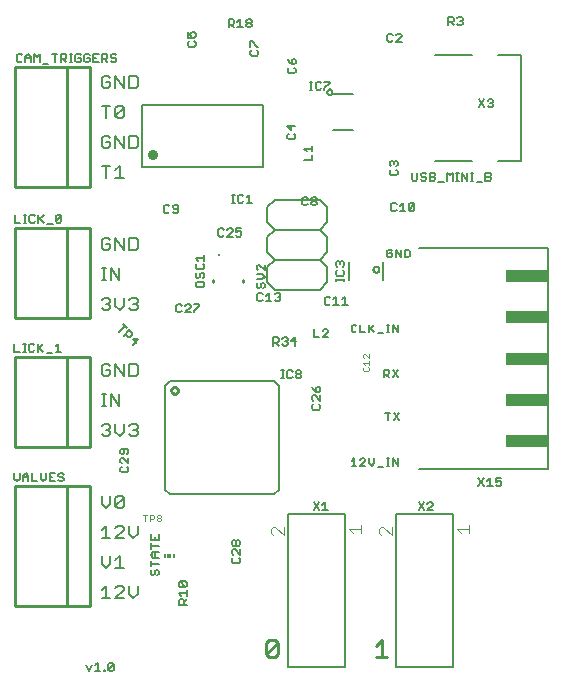
<source format=gbr>
G04 EAGLE Gerber RS-274X export*
G75*
%MOMM*%
%FSLAX34Y34*%
%LPD*%
%INSilkscreen Top*%
%IPPOS*%
%AMOC8*
5,1,8,0,0,1.08239X$1,22.5*%
G01*
%ADD10C,0.203200*%
%ADD11C,0.279400*%
%ADD12C,0.127000*%
%ADD13C,0.884400*%
%ADD14C,0.152400*%
%ADD15C,0.254000*%
%ADD16C,0.282838*%
%ADD17C,0.101600*%
%ADD18C,0.076200*%
%ADD19R,0.150000X0.300000*%
%ADD20R,0.300000X0.300000*%
%ADD21R,3.675000X1.050000*%


D10*
X80775Y432816D02*
X80775Y443493D01*
X77216Y443493D02*
X84334Y443493D01*
X88910Y439934D02*
X92469Y443493D01*
X92469Y432816D01*
X88910Y432816D02*
X96028Y432816D01*
X80775Y483616D02*
X80775Y494293D01*
X77216Y494293D02*
X84334Y494293D01*
X88910Y492514D02*
X88910Y485396D01*
X88910Y492514D02*
X90689Y494293D01*
X94249Y494293D01*
X96028Y492514D01*
X96028Y485396D01*
X94249Y483616D01*
X90689Y483616D01*
X88910Y485396D01*
X96028Y492514D01*
X84334Y517914D02*
X82555Y519693D01*
X78996Y519693D01*
X77216Y517914D01*
X77216Y510796D01*
X78996Y509016D01*
X82555Y509016D01*
X84334Y510796D01*
X84334Y514355D01*
X80775Y514355D01*
X88910Y519693D02*
X88910Y509016D01*
X96028Y509016D02*
X88910Y519693D01*
X96028Y519693D02*
X96028Y509016D01*
X100604Y509016D02*
X100604Y519693D01*
X100604Y509016D02*
X105943Y509016D01*
X107722Y510796D01*
X107722Y517914D01*
X105943Y519693D01*
X100604Y519693D01*
X82555Y468893D02*
X84334Y467114D01*
X82555Y468893D02*
X78996Y468893D01*
X77216Y467114D01*
X77216Y459996D01*
X78996Y458216D01*
X82555Y458216D01*
X84334Y459996D01*
X84334Y463555D01*
X80775Y463555D01*
X88910Y468893D02*
X88910Y458216D01*
X96028Y458216D02*
X88910Y468893D01*
X96028Y468893D02*
X96028Y458216D01*
X100604Y458216D02*
X100604Y468893D01*
X100604Y458216D02*
X105943Y458216D01*
X107722Y459996D01*
X107722Y467114D01*
X105943Y468893D01*
X100604Y468893D01*
X82555Y382533D02*
X84334Y380754D01*
X82555Y382533D02*
X78996Y382533D01*
X77216Y380754D01*
X77216Y373636D01*
X78996Y371856D01*
X82555Y371856D01*
X84334Y373636D01*
X84334Y377195D01*
X80775Y377195D01*
X88910Y382533D02*
X88910Y371856D01*
X96028Y371856D02*
X88910Y382533D01*
X96028Y382533D02*
X96028Y371856D01*
X100604Y371856D02*
X100604Y382533D01*
X100604Y371856D02*
X105943Y371856D01*
X107722Y373636D01*
X107722Y380754D01*
X105943Y382533D01*
X100604Y382533D01*
X80775Y346456D02*
X77216Y346456D01*
X78996Y346456D02*
X78996Y357133D01*
X80775Y357133D02*
X77216Y357133D01*
X85012Y357133D02*
X85012Y346456D01*
X92130Y346456D02*
X85012Y357133D01*
X92130Y357133D02*
X92130Y346456D01*
X78996Y331733D02*
X77216Y329954D01*
X78996Y331733D02*
X82555Y331733D01*
X84334Y329954D01*
X84334Y328174D01*
X82555Y326395D01*
X80775Y326395D01*
X82555Y326395D02*
X84334Y324615D01*
X84334Y322836D01*
X82555Y321056D01*
X78996Y321056D01*
X77216Y322836D01*
X88910Y324615D02*
X88910Y331733D01*
X88910Y324615D02*
X92469Y321056D01*
X96028Y324615D01*
X96028Y331733D01*
X100604Y329954D02*
X102383Y331733D01*
X105943Y331733D01*
X107722Y329954D01*
X107722Y328174D01*
X105943Y326395D01*
X104163Y326395D01*
X105943Y326395D02*
X107722Y324615D01*
X107722Y322836D01*
X105943Y321056D01*
X102383Y321056D01*
X100604Y322836D01*
X82555Y275853D02*
X84334Y274074D01*
X82555Y275853D02*
X78996Y275853D01*
X77216Y274074D01*
X77216Y266956D01*
X78996Y265176D01*
X82555Y265176D01*
X84334Y266956D01*
X84334Y270515D01*
X80775Y270515D01*
X88910Y275853D02*
X88910Y265176D01*
X96028Y265176D02*
X88910Y275853D01*
X96028Y275853D02*
X96028Y265176D01*
X100604Y265176D02*
X100604Y275853D01*
X100604Y265176D02*
X105943Y265176D01*
X107722Y266956D01*
X107722Y274074D01*
X105943Y275853D01*
X100604Y275853D01*
X80775Y239776D02*
X77216Y239776D01*
X78996Y239776D02*
X78996Y250453D01*
X80775Y250453D02*
X77216Y250453D01*
X85012Y250453D02*
X85012Y239776D01*
X92130Y239776D02*
X85012Y250453D01*
X92130Y250453D02*
X92130Y239776D01*
X78996Y225053D02*
X77216Y223274D01*
X78996Y225053D02*
X82555Y225053D01*
X84334Y223274D01*
X84334Y221494D01*
X82555Y219715D01*
X80775Y219715D01*
X82555Y219715D02*
X84334Y217935D01*
X84334Y216156D01*
X82555Y214376D01*
X78996Y214376D01*
X77216Y216156D01*
X88910Y217935D02*
X88910Y225053D01*
X88910Y217935D02*
X92469Y214376D01*
X96028Y217935D01*
X96028Y225053D01*
X100604Y223274D02*
X102383Y225053D01*
X105943Y225053D01*
X107722Y223274D01*
X107722Y221494D01*
X105943Y219715D01*
X104163Y219715D01*
X105943Y219715D02*
X107722Y217935D01*
X107722Y216156D01*
X105943Y214376D01*
X102383Y214376D01*
X100604Y216156D01*
X77216Y164093D02*
X77216Y156975D01*
X80775Y153416D01*
X84334Y156975D01*
X84334Y164093D01*
X88910Y162314D02*
X88910Y155196D01*
X88910Y162314D02*
X90689Y164093D01*
X94249Y164093D01*
X96028Y162314D01*
X96028Y155196D01*
X94249Y153416D01*
X90689Y153416D01*
X88910Y155196D01*
X96028Y162314D01*
X80775Y138693D02*
X77216Y135134D01*
X80775Y138693D02*
X80775Y128016D01*
X77216Y128016D02*
X84334Y128016D01*
X88910Y128016D02*
X96028Y128016D01*
X88910Y128016D02*
X96028Y135134D01*
X96028Y136914D01*
X94249Y138693D01*
X90689Y138693D01*
X88910Y136914D01*
X100604Y138693D02*
X100604Y131575D01*
X104163Y128016D01*
X107722Y131575D01*
X107722Y138693D01*
X77216Y113293D02*
X77216Y106175D01*
X80775Y102616D01*
X84334Y106175D01*
X84334Y113293D01*
X88910Y109734D02*
X92469Y113293D01*
X92469Y102616D01*
X88910Y102616D02*
X96028Y102616D01*
X80775Y87893D02*
X77216Y84334D01*
X80775Y87893D02*
X80775Y77216D01*
X77216Y77216D02*
X84334Y77216D01*
X88910Y77216D02*
X96028Y77216D01*
X88910Y77216D02*
X96028Y84334D01*
X96028Y86114D01*
X94249Y87893D01*
X90689Y87893D01*
X88910Y86114D01*
X100604Y87893D02*
X100604Y80775D01*
X104163Y77216D01*
X107722Y80775D01*
X107722Y87893D01*
X292873Y307852D02*
X291856Y308869D01*
X289823Y308869D01*
X288806Y307852D01*
X288806Y303785D01*
X289823Y302768D01*
X291856Y302768D01*
X292873Y303785D01*
X296290Y302768D02*
X296290Y308869D01*
X296290Y302768D02*
X300357Y302768D01*
X303774Y302768D02*
X303774Y308869D01*
X303774Y304802D02*
X307842Y308869D01*
X304791Y305819D02*
X307842Y302768D01*
X311258Y301751D02*
X315326Y301751D01*
X318742Y302768D02*
X320776Y302768D01*
X319759Y302768D02*
X319759Y308869D01*
X318742Y308869D02*
X320776Y308869D01*
X323732Y308869D02*
X323732Y302768D01*
X327799Y302768D02*
X323732Y308869D01*
X327799Y308869D02*
X327799Y302768D01*
X322991Y371352D02*
X321974Y372369D01*
X319940Y372369D01*
X318924Y371352D01*
X318924Y367285D01*
X319940Y366268D01*
X321974Y366268D01*
X322991Y367285D01*
X322991Y369319D01*
X320957Y369319D01*
X326408Y366268D02*
X326408Y372369D01*
X330475Y366268D01*
X330475Y372369D01*
X333892Y372369D02*
X333892Y366268D01*
X336942Y366268D01*
X337959Y367285D01*
X337959Y371352D01*
X336942Y372369D01*
X333892Y372369D01*
X319551Y234193D02*
X319551Y228092D01*
X317518Y234193D02*
X321585Y234193D01*
X325002Y234193D02*
X329069Y228092D01*
X325002Y228092D02*
X329069Y234193D01*
X316248Y264668D02*
X316248Y270769D01*
X319298Y270769D01*
X320315Y269752D01*
X320315Y267719D01*
X319298Y266702D01*
X316248Y266702D01*
X318281Y266702D02*
X320315Y264668D01*
X323732Y270769D02*
X327799Y264668D01*
X323732Y264668D02*
X327799Y270769D01*
X290840Y195839D02*
X288806Y193805D01*
X290840Y195839D02*
X290840Y189738D01*
X292873Y189738D02*
X288806Y189738D01*
X296290Y189738D02*
X300357Y189738D01*
X296290Y189738D02*
X300357Y193805D01*
X300357Y194822D01*
X299341Y195839D01*
X297307Y195839D01*
X296290Y194822D01*
X303774Y195839D02*
X303774Y191772D01*
X305808Y189738D01*
X307842Y191772D01*
X307842Y195839D01*
X311258Y188721D02*
X315326Y188721D01*
X318742Y189738D02*
X320776Y189738D01*
X319759Y189738D02*
X319759Y195839D01*
X318742Y195839D02*
X320776Y195839D01*
X323732Y195839D02*
X323732Y189738D01*
X327799Y189738D02*
X323732Y195839D01*
X327799Y195839D02*
X327799Y189738D01*
D11*
X216281Y39804D02*
X216281Y29805D01*
X216281Y39804D02*
X218781Y42304D01*
X223780Y42304D01*
X226280Y39804D01*
X226280Y29805D01*
X223780Y27305D01*
X218781Y27305D01*
X216281Y29805D01*
X226280Y39804D01*
X309245Y37304D02*
X314245Y42304D01*
X314245Y27305D01*
X319244Y27305D02*
X309245Y27305D01*
D12*
X66423Y15875D02*
X64135Y20451D01*
X68711Y20451D02*
X66423Y15875D01*
X71619Y20451D02*
X73907Y22739D01*
X73907Y15875D01*
X71619Y15875D02*
X76195Y15875D01*
X79103Y15875D02*
X79103Y17019D01*
X80247Y17019D01*
X80247Y15875D01*
X79103Y15875D01*
X82845Y17019D02*
X82845Y21595D01*
X83989Y22739D01*
X86277Y22739D01*
X87421Y21595D01*
X87421Y17019D01*
X86277Y15875D01*
X83989Y15875D01*
X82845Y17019D01*
X87421Y21595D01*
D13*
X120560Y452380D03*
D10*
X111560Y442630D02*
X213560Y442630D01*
X213560Y494630D01*
X111560Y494630D01*
X111560Y442630D01*
D12*
X187456Y412267D02*
X189744Y412267D01*
X188600Y412267D02*
X188600Y419131D01*
X187456Y419131D02*
X189744Y419131D01*
X195878Y419131D02*
X197022Y417987D01*
X195878Y419131D02*
X193590Y419131D01*
X192446Y417987D01*
X192446Y413411D01*
X193590Y412267D01*
X195878Y412267D01*
X197022Y413411D01*
X199930Y416843D02*
X202218Y419131D01*
X202218Y412267D01*
X199930Y412267D02*
X204506Y412267D01*
X412460Y447610D02*
X432460Y447610D01*
X432460Y537610D01*
X412460Y537610D01*
X390460Y447610D02*
X359460Y447610D01*
X359460Y537610D02*
X390460Y537610D01*
X396537Y499831D02*
X401113Y492967D01*
X396537Y492967D02*
X401113Y499831D01*
X404021Y498687D02*
X405165Y499831D01*
X407453Y499831D01*
X408597Y498687D01*
X408597Y497543D01*
X407453Y496399D01*
X406309Y496399D01*
X407453Y496399D02*
X408597Y495255D01*
X408597Y494111D01*
X407453Y492967D01*
X405165Y492967D01*
X404021Y494111D01*
X339875Y437625D02*
X339875Y431905D01*
X341019Y430761D01*
X343307Y430761D01*
X344451Y431905D01*
X344451Y437625D01*
X350791Y437625D02*
X351935Y436481D01*
X350791Y437625D02*
X348503Y437625D01*
X347359Y436481D01*
X347359Y435337D01*
X348503Y434193D01*
X350791Y434193D01*
X351935Y433049D01*
X351935Y431905D01*
X350791Y430761D01*
X348503Y430761D01*
X347359Y431905D01*
X354843Y430761D02*
X354843Y437625D01*
X358275Y437625D01*
X359419Y436481D01*
X359419Y435337D01*
X358275Y434193D01*
X359419Y433049D01*
X359419Y431905D01*
X358275Y430761D01*
X354843Y430761D01*
X354843Y434193D02*
X358275Y434193D01*
X362327Y429617D02*
X366903Y429617D01*
X369812Y430761D02*
X369812Y437625D01*
X372099Y435337D01*
X374387Y437625D01*
X374387Y430761D01*
X377296Y430761D02*
X379584Y430761D01*
X378440Y430761D02*
X378440Y437625D01*
X377296Y437625D02*
X379584Y437625D01*
X382285Y437625D02*
X382285Y430761D01*
X386861Y430761D02*
X382285Y437625D01*
X386861Y437625D02*
X386861Y430761D01*
X389769Y430761D02*
X392057Y430761D01*
X390913Y430761D02*
X390913Y437625D01*
X389769Y437625D02*
X392057Y437625D01*
X394759Y429617D02*
X399335Y429617D01*
X402243Y430761D02*
X402243Y437625D01*
X405675Y437625D01*
X406819Y436481D01*
X406819Y435337D01*
X405675Y434193D01*
X406819Y433049D01*
X406819Y431905D01*
X405675Y430761D01*
X402243Y430761D01*
X402243Y434193D02*
X405675Y434193D01*
D14*
X268372Y345082D02*
X262022Y338732D01*
X268372Y357782D02*
X262022Y364132D01*
X268372Y370482D01*
X268372Y383182D02*
X262022Y389532D01*
X262022Y338732D02*
X223922Y338732D01*
X217572Y345082D01*
X217572Y357782D01*
X223922Y364132D01*
X217572Y370482D01*
X217572Y383182D01*
X223922Y389532D01*
X223922Y364132D02*
X262022Y364132D01*
X262022Y389532D02*
X223922Y389532D01*
X268372Y383182D02*
X268372Y370482D01*
X268372Y357782D02*
X268372Y345082D01*
X262022Y389532D02*
X268372Y395882D01*
X268372Y408582D02*
X262022Y414932D01*
X223922Y389532D02*
X217572Y395882D01*
X217572Y408582D01*
X223922Y414932D01*
X262022Y414932D01*
X268372Y408582D02*
X268372Y395882D01*
D12*
X209651Y344558D02*
X208507Y343414D01*
X208507Y341127D01*
X209651Y339983D01*
X210795Y339983D01*
X211939Y341127D01*
X211939Y343414D01*
X213083Y344558D01*
X214227Y344558D01*
X215371Y343414D01*
X215371Y341127D01*
X214227Y339983D01*
X213083Y347467D02*
X208507Y347467D01*
X213083Y347467D02*
X215371Y349755D01*
X213083Y352043D01*
X208507Y352043D01*
X215371Y354951D02*
X215371Y359527D01*
X215371Y354951D02*
X210795Y359527D01*
X209651Y359527D01*
X208507Y358383D01*
X208507Y356095D01*
X209651Y354951D01*
X222670Y298207D02*
X222670Y291343D01*
X222670Y298207D02*
X226102Y298207D01*
X227246Y297063D01*
X227246Y294775D01*
X226102Y293631D01*
X222670Y293631D01*
X224958Y293631D02*
X227246Y291343D01*
X230154Y297063D02*
X231298Y298207D01*
X233586Y298207D01*
X234730Y297063D01*
X234730Y295919D01*
X233586Y294775D01*
X232442Y294775D01*
X233586Y294775D02*
X234730Y293631D01*
X234730Y292487D01*
X233586Y291343D01*
X231298Y291343D01*
X230154Y292487D01*
X241070Y291343D02*
X241070Y298207D01*
X237638Y294775D01*
X242214Y294775D01*
X256349Y241594D02*
X255205Y240450D01*
X255205Y238163D01*
X256349Y237019D01*
X260925Y237019D01*
X262069Y238163D01*
X262069Y240450D01*
X260925Y241594D01*
X262069Y244503D02*
X262069Y249079D01*
X262069Y244503D02*
X257493Y249079D01*
X256349Y249079D01*
X255205Y247935D01*
X255205Y245647D01*
X256349Y244503D01*
X256349Y254275D02*
X255205Y256563D01*
X256349Y254275D02*
X258637Y251987D01*
X260925Y251987D01*
X262069Y253131D01*
X262069Y255419D01*
X260925Y256563D01*
X259781Y256563D01*
X258637Y255419D01*
X258637Y251987D01*
X145098Y325057D02*
X143954Y326201D01*
X141667Y326201D01*
X140523Y325057D01*
X140523Y320481D01*
X141667Y319337D01*
X143954Y319337D01*
X145098Y320481D01*
X148007Y319337D02*
X152583Y319337D01*
X148007Y319337D02*
X152583Y323913D01*
X152583Y325057D01*
X151439Y326201D01*
X149151Y326201D01*
X148007Y325057D01*
X155491Y326201D02*
X160067Y326201D01*
X160067Y325057D01*
X155491Y320481D01*
X155491Y319337D01*
X188611Y111397D02*
X187467Y110253D01*
X187467Y107965D01*
X188611Y106821D01*
X193187Y106821D01*
X194331Y107965D01*
X194331Y110253D01*
X193187Y111397D01*
X194331Y114305D02*
X194331Y118881D01*
X194331Y114305D02*
X189755Y118881D01*
X188611Y118881D01*
X187467Y117737D01*
X187467Y115449D01*
X188611Y114305D01*
X188611Y121789D02*
X187467Y122933D01*
X187467Y125221D01*
X188611Y126365D01*
X189755Y126365D01*
X190899Y125221D01*
X192043Y126365D01*
X193187Y126365D01*
X194331Y125221D01*
X194331Y122933D01*
X193187Y121789D01*
X192043Y121789D01*
X190899Y122933D01*
X189755Y121789D01*
X188611Y121789D01*
X190899Y122933D02*
X190899Y125221D01*
X180610Y389319D02*
X179466Y390463D01*
X177179Y390463D01*
X176035Y389319D01*
X176035Y384743D01*
X177179Y383599D01*
X179466Y383599D01*
X180610Y384743D01*
X183519Y383599D02*
X188095Y383599D01*
X183519Y383599D02*
X188095Y388175D01*
X188095Y389319D01*
X186951Y390463D01*
X184663Y390463D01*
X183519Y389319D01*
X191003Y390463D02*
X195579Y390463D01*
X191003Y390463D02*
X191003Y387031D01*
X193291Y388175D01*
X194435Y388175D01*
X195579Y387031D01*
X195579Y384743D01*
X194435Y383599D01*
X192147Y383599D01*
X191003Y384743D01*
X94081Y188696D02*
X92937Y187552D01*
X92937Y185265D01*
X94081Y184121D01*
X98657Y184121D01*
X99801Y185265D01*
X99801Y187552D01*
X98657Y188696D01*
X99801Y191605D02*
X99801Y196181D01*
X99801Y191605D02*
X95225Y196181D01*
X94081Y196181D01*
X92937Y195037D01*
X92937Y192749D01*
X94081Y191605D01*
X98657Y199089D02*
X99801Y200233D01*
X99801Y202521D01*
X98657Y203665D01*
X94081Y203665D01*
X92937Y202521D01*
X92937Y200233D01*
X94081Y199089D01*
X95225Y199089D01*
X96369Y200233D01*
X96369Y203665D01*
D10*
X131070Y257360D02*
X135070Y261360D01*
X223070Y261360D01*
X227070Y257360D01*
X227070Y169360D01*
X223070Y165360D01*
X135070Y165360D01*
X131070Y169360D01*
X131070Y257360D01*
D15*
X136243Y253360D02*
X136245Y253466D01*
X136251Y253571D01*
X136261Y253677D01*
X136275Y253781D01*
X136292Y253886D01*
X136314Y253989D01*
X136339Y254092D01*
X136369Y254193D01*
X136402Y254294D01*
X136438Y254393D01*
X136479Y254490D01*
X136523Y254587D01*
X136571Y254681D01*
X136622Y254774D01*
X136676Y254864D01*
X136734Y254953D01*
X136795Y255039D01*
X136860Y255123D01*
X136927Y255204D01*
X136998Y255283D01*
X137071Y255359D01*
X137147Y255432D01*
X137226Y255503D01*
X137307Y255570D01*
X137391Y255635D01*
X137477Y255696D01*
X137566Y255754D01*
X137657Y255808D01*
X137749Y255859D01*
X137843Y255907D01*
X137940Y255951D01*
X138037Y255992D01*
X138136Y256028D01*
X138237Y256061D01*
X138338Y256091D01*
X138441Y256116D01*
X138544Y256138D01*
X138649Y256155D01*
X138753Y256169D01*
X138859Y256179D01*
X138964Y256185D01*
X139070Y256187D01*
X139176Y256185D01*
X139281Y256179D01*
X139387Y256169D01*
X139491Y256155D01*
X139596Y256138D01*
X139699Y256116D01*
X139802Y256091D01*
X139903Y256061D01*
X140004Y256028D01*
X140103Y255992D01*
X140200Y255951D01*
X140297Y255907D01*
X140391Y255859D01*
X140484Y255808D01*
X140574Y255754D01*
X140663Y255696D01*
X140749Y255635D01*
X140833Y255570D01*
X140914Y255503D01*
X140993Y255432D01*
X141069Y255359D01*
X141142Y255283D01*
X141213Y255204D01*
X141280Y255123D01*
X141345Y255039D01*
X141406Y254953D01*
X141464Y254864D01*
X141518Y254773D01*
X141569Y254681D01*
X141617Y254587D01*
X141661Y254490D01*
X141702Y254393D01*
X141738Y254294D01*
X141771Y254193D01*
X141801Y254092D01*
X141826Y253989D01*
X141848Y253886D01*
X141865Y253781D01*
X141879Y253677D01*
X141889Y253571D01*
X141895Y253466D01*
X141897Y253360D01*
X141895Y253254D01*
X141889Y253149D01*
X141879Y253043D01*
X141865Y252939D01*
X141848Y252834D01*
X141826Y252731D01*
X141801Y252628D01*
X141771Y252527D01*
X141738Y252426D01*
X141702Y252327D01*
X141661Y252230D01*
X141617Y252133D01*
X141569Y252039D01*
X141518Y251946D01*
X141464Y251856D01*
X141406Y251767D01*
X141345Y251681D01*
X141280Y251597D01*
X141213Y251516D01*
X141142Y251437D01*
X141069Y251361D01*
X140993Y251288D01*
X140914Y251217D01*
X140833Y251150D01*
X140749Y251085D01*
X140663Y251024D01*
X140574Y250966D01*
X140483Y250912D01*
X140391Y250861D01*
X140297Y250813D01*
X140200Y250769D01*
X140103Y250728D01*
X140004Y250692D01*
X139903Y250659D01*
X139802Y250629D01*
X139699Y250604D01*
X139596Y250582D01*
X139491Y250565D01*
X139387Y250551D01*
X139281Y250541D01*
X139176Y250535D01*
X139070Y250533D01*
X138964Y250535D01*
X138859Y250541D01*
X138753Y250551D01*
X138649Y250565D01*
X138544Y250582D01*
X138441Y250604D01*
X138338Y250629D01*
X138237Y250659D01*
X138136Y250692D01*
X138037Y250728D01*
X137940Y250769D01*
X137843Y250813D01*
X137749Y250861D01*
X137656Y250912D01*
X137566Y250966D01*
X137477Y251024D01*
X137391Y251085D01*
X137307Y251150D01*
X137226Y251217D01*
X137147Y251288D01*
X137071Y251361D01*
X136998Y251437D01*
X136927Y251516D01*
X136860Y251597D01*
X136795Y251681D01*
X136734Y251767D01*
X136676Y251856D01*
X136622Y251947D01*
X136571Y252039D01*
X136523Y252133D01*
X136479Y252230D01*
X136438Y252327D01*
X136402Y252426D01*
X136369Y252527D01*
X136339Y252628D01*
X136314Y252731D01*
X136292Y252834D01*
X136275Y252939D01*
X136261Y253043D01*
X136251Y253149D01*
X136245Y253254D01*
X136243Y253360D01*
D12*
X229287Y263511D02*
X231575Y263511D01*
X230431Y263511D02*
X230431Y270375D01*
X229287Y270375D02*
X231575Y270375D01*
X237708Y270375D02*
X238852Y269231D01*
X237708Y270375D02*
X235420Y270375D01*
X234276Y269231D01*
X234276Y264655D01*
X235420Y263511D01*
X237708Y263511D01*
X238852Y264655D01*
X241761Y269231D02*
X242905Y270375D01*
X245193Y270375D01*
X246337Y269231D01*
X246337Y268087D01*
X245193Y266943D01*
X246337Y265799D01*
X246337Y264655D01*
X245193Y263511D01*
X242905Y263511D01*
X241761Y264655D01*
X241761Y265799D01*
X242905Y266943D01*
X241761Y268087D01*
X241761Y269231D01*
X242905Y266943D02*
X245193Y266943D01*
X203123Y540167D02*
X204267Y541311D01*
X203123Y540167D02*
X203123Y537879D01*
X204267Y536735D01*
X208843Y536735D01*
X209987Y537879D01*
X209987Y540167D01*
X208843Y541311D01*
X203123Y544219D02*
X203123Y548795D01*
X204267Y548795D01*
X208843Y544219D01*
X209987Y544219D01*
X151181Y548931D02*
X150037Y547787D01*
X150037Y545499D01*
X151181Y544355D01*
X155757Y544355D01*
X156901Y545499D01*
X156901Y547787D01*
X155757Y548931D01*
X150037Y551839D02*
X150037Y556415D01*
X150037Y551839D02*
X153469Y551839D01*
X152325Y554127D01*
X152325Y555271D01*
X153469Y556415D01*
X155757Y556415D01*
X156901Y555271D01*
X156901Y552983D01*
X155757Y551839D01*
X250633Y416881D02*
X251777Y415737D01*
X250633Y416881D02*
X248345Y416881D01*
X247201Y415737D01*
X247201Y411161D01*
X248345Y410017D01*
X250633Y410017D01*
X251777Y411161D01*
X254685Y415737D02*
X255829Y416881D01*
X258117Y416881D01*
X259261Y415737D01*
X259261Y414593D01*
X258117Y413449D01*
X259261Y412305D01*
X259261Y411161D01*
X258117Y410017D01*
X255829Y410017D01*
X254685Y411161D01*
X254685Y412305D01*
X255829Y413449D01*
X254685Y414593D01*
X254685Y415737D01*
X255829Y413449D02*
X258117Y413449D01*
X134563Y409355D02*
X133419Y410499D01*
X131131Y410499D01*
X129987Y409355D01*
X129987Y404779D01*
X131131Y403635D01*
X133419Y403635D01*
X134563Y404779D01*
X137471Y404779D02*
X138615Y403635D01*
X140903Y403635D01*
X142047Y404779D01*
X142047Y409355D01*
X140903Y410499D01*
X138615Y410499D01*
X137471Y409355D01*
X137471Y408211D01*
X138615Y407067D01*
X142047Y407067D01*
X321069Y438943D02*
X322213Y440087D01*
X321069Y438943D02*
X321069Y436655D01*
X322213Y435511D01*
X326789Y435511D01*
X327933Y436655D01*
X327933Y438943D01*
X326789Y440087D01*
X322213Y442995D02*
X321069Y444139D01*
X321069Y446427D01*
X322213Y447571D01*
X323357Y447571D01*
X324501Y446427D01*
X324501Y445283D01*
X324501Y446427D02*
X325645Y447571D01*
X326789Y447571D01*
X327933Y446427D01*
X327933Y444139D01*
X326789Y442995D01*
X235523Y470699D02*
X234379Y469555D01*
X234379Y467267D01*
X235523Y466123D01*
X240099Y466123D01*
X241243Y467267D01*
X241243Y469555D01*
X240099Y470699D01*
X241243Y477039D02*
X234379Y477039D01*
X237811Y473607D01*
X237811Y478183D01*
X234633Y525387D02*
X235777Y526531D01*
X234633Y525387D02*
X234633Y523099D01*
X235777Y521955D01*
X240353Y521955D01*
X241497Y523099D01*
X241497Y525387D01*
X240353Y526531D01*
X235777Y531727D02*
X234633Y534015D01*
X235777Y531727D02*
X238065Y529439D01*
X240353Y529439D01*
X241497Y530583D01*
X241497Y532871D01*
X240353Y534015D01*
X239209Y534015D01*
X238065Y532871D01*
X238065Y529439D01*
X248735Y448245D02*
X255599Y448245D01*
X255599Y452821D01*
X251023Y455729D02*
X248735Y458017D01*
X255599Y458017D01*
X255599Y455729D02*
X255599Y460305D01*
X323675Y554332D02*
X322531Y555476D01*
X320243Y555476D01*
X319099Y554332D01*
X319099Y549756D01*
X320243Y548612D01*
X322531Y548612D01*
X323675Y549756D01*
X326583Y548612D02*
X331159Y548612D01*
X326583Y548612D02*
X331159Y553188D01*
X331159Y554332D01*
X330015Y555476D01*
X327727Y555476D01*
X326583Y554332D01*
X184785Y560791D02*
X184785Y567655D01*
X188217Y567655D01*
X189361Y566511D01*
X189361Y564223D01*
X188217Y563079D01*
X184785Y563079D01*
X187073Y563079D02*
X189361Y560791D01*
X192269Y565367D02*
X194557Y567655D01*
X194557Y560791D01*
X192269Y560791D02*
X196845Y560791D01*
X199753Y566511D02*
X200897Y567655D01*
X203185Y567655D01*
X204329Y566511D01*
X204329Y565367D01*
X203185Y564223D01*
X204329Y563079D01*
X204329Y561935D01*
X203185Y560791D01*
X200897Y560791D01*
X199753Y561935D01*
X199753Y563079D01*
X200897Y564223D01*
X199753Y565367D01*
X199753Y566511D01*
X200897Y564223D02*
X203185Y564223D01*
X370763Y562570D02*
X370763Y569434D01*
X374195Y569434D01*
X375339Y568290D01*
X375339Y566002D01*
X374195Y564858D01*
X370763Y564858D01*
X373051Y564858D02*
X375339Y562570D01*
X378247Y568290D02*
X379391Y569434D01*
X381679Y569434D01*
X382823Y568290D01*
X382823Y567146D01*
X381679Y566002D01*
X380535Y566002D01*
X381679Y566002D02*
X382823Y564858D01*
X382823Y563714D01*
X381679Y562570D01*
X379391Y562570D01*
X378247Y563714D01*
D15*
X196904Y347202D02*
X196904Y345202D01*
X171904Y345202D02*
X171904Y347202D01*
D16*
X176404Y368202D03*
D12*
X156959Y344179D02*
X156959Y341891D01*
X158103Y340747D01*
X162679Y340747D01*
X163823Y341891D01*
X163823Y344179D01*
X162679Y345323D01*
X158103Y345323D01*
X156959Y344179D01*
X156959Y351663D02*
X158103Y352807D01*
X156959Y351663D02*
X156959Y349375D01*
X158103Y348231D01*
X159247Y348231D01*
X160391Y349375D01*
X160391Y351663D01*
X161535Y352807D01*
X162679Y352807D01*
X163823Y351663D01*
X163823Y349375D01*
X162679Y348231D01*
X156959Y359147D02*
X158103Y360291D01*
X156959Y359147D02*
X156959Y356859D01*
X158103Y355715D01*
X162679Y355715D01*
X163823Y356859D01*
X163823Y359147D01*
X162679Y360291D01*
X159247Y363199D02*
X156959Y365487D01*
X163823Y365487D01*
X163823Y363199D02*
X163823Y367775D01*
X269497Y332619D02*
X270641Y331475D01*
X269497Y332619D02*
X267209Y332619D01*
X266065Y331475D01*
X266065Y326899D01*
X267209Y325755D01*
X269497Y325755D01*
X270641Y326899D01*
X273549Y330331D02*
X275837Y332619D01*
X275837Y325755D01*
X273549Y325755D02*
X278125Y325755D01*
X281033Y330331D02*
X283321Y332619D01*
X283321Y325755D01*
X281033Y325755D02*
X285609Y325755D01*
D14*
X315220Y346520D02*
X315220Y362140D01*
X286770Y362140D02*
X286770Y346520D01*
D12*
X307340Y355600D02*
X307342Y355700D01*
X307348Y355801D01*
X307358Y355900D01*
X307372Y356000D01*
X307389Y356099D01*
X307411Y356197D01*
X307437Y356294D01*
X307466Y356390D01*
X307499Y356484D01*
X307536Y356578D01*
X307576Y356670D01*
X307620Y356760D01*
X307668Y356848D01*
X307719Y356935D01*
X307773Y357019D01*
X307831Y357101D01*
X307892Y357181D01*
X307956Y357258D01*
X308023Y357333D01*
X308093Y357405D01*
X308166Y357474D01*
X308241Y357540D01*
X308319Y357604D01*
X308399Y357664D01*
X308482Y357721D01*
X308567Y357774D01*
X308654Y357824D01*
X308743Y357871D01*
X308833Y357914D01*
X308925Y357954D01*
X309019Y357990D01*
X309114Y358022D01*
X309210Y358050D01*
X309308Y358075D01*
X309406Y358095D01*
X309505Y358112D01*
X309605Y358125D01*
X309704Y358134D01*
X309805Y358139D01*
X309905Y358140D01*
X310005Y358137D01*
X310106Y358130D01*
X310205Y358119D01*
X310305Y358104D01*
X310403Y358086D01*
X310501Y358063D01*
X310598Y358036D01*
X310693Y358006D01*
X310788Y357972D01*
X310881Y357934D01*
X310972Y357893D01*
X311062Y357848D01*
X311150Y357800D01*
X311236Y357748D01*
X311320Y357693D01*
X311401Y357634D01*
X311480Y357572D01*
X311557Y357508D01*
X311631Y357440D01*
X311702Y357369D01*
X311771Y357296D01*
X311836Y357220D01*
X311899Y357141D01*
X311958Y357060D01*
X312014Y356977D01*
X312067Y356892D01*
X312116Y356804D01*
X312162Y356715D01*
X312204Y356624D01*
X312243Y356531D01*
X312278Y356437D01*
X312309Y356342D01*
X312337Y356245D01*
X312360Y356148D01*
X312380Y356049D01*
X312396Y355950D01*
X312408Y355851D01*
X312416Y355750D01*
X312420Y355650D01*
X312420Y355550D01*
X312416Y355450D01*
X312408Y355349D01*
X312396Y355250D01*
X312380Y355151D01*
X312360Y355052D01*
X312337Y354955D01*
X312309Y354858D01*
X312278Y354763D01*
X312243Y354669D01*
X312204Y354576D01*
X312162Y354485D01*
X312116Y354396D01*
X312067Y354308D01*
X312014Y354223D01*
X311958Y354140D01*
X311899Y354059D01*
X311836Y353980D01*
X311771Y353904D01*
X311702Y353831D01*
X311631Y353760D01*
X311557Y353692D01*
X311480Y353628D01*
X311401Y353566D01*
X311320Y353507D01*
X311236Y353452D01*
X311150Y353400D01*
X311062Y353352D01*
X310972Y353307D01*
X310881Y353266D01*
X310788Y353228D01*
X310693Y353194D01*
X310598Y353164D01*
X310501Y353137D01*
X310403Y353114D01*
X310305Y353096D01*
X310205Y353081D01*
X310106Y353070D01*
X310005Y353063D01*
X309905Y353060D01*
X309805Y353061D01*
X309704Y353066D01*
X309605Y353075D01*
X309505Y353088D01*
X309406Y353105D01*
X309308Y353125D01*
X309210Y353150D01*
X309114Y353178D01*
X309019Y353210D01*
X308925Y353246D01*
X308833Y353286D01*
X308743Y353329D01*
X308654Y353376D01*
X308567Y353426D01*
X308482Y353479D01*
X308399Y353536D01*
X308319Y353596D01*
X308241Y353660D01*
X308166Y353726D01*
X308093Y353795D01*
X308023Y353867D01*
X307956Y353942D01*
X307892Y354019D01*
X307831Y354099D01*
X307773Y354181D01*
X307719Y354265D01*
X307668Y354352D01*
X307620Y354440D01*
X307576Y354530D01*
X307536Y354622D01*
X307499Y354716D01*
X307466Y354810D01*
X307437Y354906D01*
X307411Y355003D01*
X307389Y355101D01*
X307372Y355200D01*
X307358Y355300D01*
X307348Y355399D01*
X307342Y355500D01*
X307340Y355600D01*
X282573Y347855D02*
X282573Y345567D01*
X282573Y346711D02*
X275709Y346711D01*
X275709Y345567D02*
X275709Y347855D01*
X275709Y353988D02*
X276853Y355132D01*
X275709Y353988D02*
X275709Y351700D01*
X276853Y350556D01*
X281429Y350556D01*
X282573Y351700D01*
X282573Y353988D01*
X281429Y355132D01*
X276853Y358041D02*
X275709Y359185D01*
X275709Y361473D01*
X276853Y362617D01*
X277997Y362617D01*
X279141Y361473D01*
X279141Y360329D01*
X279141Y361473D02*
X280285Y362617D01*
X281429Y362617D01*
X282573Y361473D01*
X282573Y359185D01*
X281429Y358041D01*
X326928Y410977D02*
X325784Y412121D01*
X323497Y412121D01*
X322353Y410977D01*
X322353Y406401D01*
X323497Y405257D01*
X325784Y405257D01*
X326928Y406401D01*
X329837Y409833D02*
X332125Y412121D01*
X332125Y405257D01*
X329837Y405257D02*
X334413Y405257D01*
X337321Y406401D02*
X337321Y410977D01*
X338465Y412121D01*
X340753Y412121D01*
X341897Y410977D01*
X341897Y406401D01*
X340753Y405257D01*
X338465Y405257D01*
X337321Y406401D01*
X341897Y410977D01*
D17*
X299293Y272884D02*
X298446Y272036D01*
X298446Y270341D01*
X299293Y269494D01*
X302683Y269494D01*
X303530Y270341D01*
X303530Y272036D01*
X302683Y272884D01*
X300140Y275107D02*
X298446Y276802D01*
X303530Y276802D01*
X303530Y275107D02*
X303530Y278497D01*
X303530Y280720D02*
X303530Y284110D01*
X303530Y280720D02*
X300140Y284110D01*
X299293Y284110D01*
X298446Y283262D01*
X298446Y281568D01*
X299293Y280720D01*
D15*
X67310Y314960D02*
X67310Y391160D01*
X67310Y314960D02*
X48260Y314960D01*
X3810Y314960D01*
X3810Y391160D01*
X48260Y391160D01*
X67310Y391160D01*
X48260Y391160D02*
X48260Y314960D01*
D12*
X3697Y395267D02*
X3697Y402131D01*
X3697Y395267D02*
X8273Y395267D01*
X11181Y395267D02*
X13469Y395267D01*
X12325Y395267D02*
X12325Y402131D01*
X11181Y402131D02*
X13469Y402131D01*
X19603Y402131D02*
X20747Y400987D01*
X19603Y402131D02*
X17315Y402131D01*
X16171Y400987D01*
X16171Y396411D01*
X17315Y395267D01*
X19603Y395267D01*
X20747Y396411D01*
X23655Y395267D02*
X23655Y402131D01*
X23655Y397555D02*
X28231Y402131D01*
X24799Y398699D02*
X28231Y395267D01*
X31139Y394123D02*
X35715Y394123D01*
X38623Y396411D02*
X38623Y400987D01*
X39767Y402131D01*
X42055Y402131D01*
X43199Y400987D01*
X43199Y396411D01*
X42055Y395267D01*
X39767Y395267D01*
X38623Y396411D01*
X43199Y400987D01*
D15*
X67310Y281940D02*
X67310Y205740D01*
X48260Y205740D01*
X3810Y205740D01*
X3810Y281940D01*
X48260Y281940D01*
X67310Y281940D01*
X48260Y281940D02*
X48260Y205740D01*
D12*
X3333Y286025D02*
X3333Y292889D01*
X3333Y286025D02*
X7909Y286025D01*
X10817Y286025D02*
X13105Y286025D01*
X11961Y286025D02*
X11961Y292889D01*
X10817Y292889D02*
X13105Y292889D01*
X19239Y292889D02*
X20383Y291745D01*
X19239Y292889D02*
X16951Y292889D01*
X15807Y291745D01*
X15807Y287169D01*
X16951Y286025D01*
X19239Y286025D01*
X20383Y287169D01*
X23291Y286025D02*
X23291Y292889D01*
X23291Y288313D02*
X27867Y292889D01*
X24435Y289457D02*
X27867Y286025D01*
X30775Y284881D02*
X35351Y284881D01*
X38259Y290601D02*
X40547Y292889D01*
X40547Y286025D01*
X38259Y286025D02*
X42835Y286025D01*
X273440Y503950D02*
X290440Y503950D01*
X289940Y473950D02*
X273440Y473950D01*
X268204Y505950D02*
X268206Y506044D01*
X268212Y506138D01*
X268222Y506232D01*
X268236Y506325D01*
X268254Y506418D01*
X268275Y506510D01*
X268301Y506600D01*
X268330Y506690D01*
X268363Y506778D01*
X268400Y506865D01*
X268440Y506950D01*
X268484Y507034D01*
X268532Y507115D01*
X268582Y507195D01*
X268637Y507272D01*
X268694Y507347D01*
X268754Y507419D01*
X268818Y507489D01*
X268884Y507556D01*
X268953Y507620D01*
X269025Y507681D01*
X269099Y507739D01*
X269176Y507794D01*
X269255Y507846D01*
X269336Y507894D01*
X269419Y507939D01*
X269503Y507980D01*
X269590Y508018D01*
X269678Y508052D01*
X269767Y508082D01*
X269857Y508109D01*
X269949Y508131D01*
X270041Y508150D01*
X270135Y508165D01*
X270228Y508176D01*
X270322Y508183D01*
X270416Y508186D01*
X270511Y508185D01*
X270605Y508180D01*
X270699Y508171D01*
X270792Y508158D01*
X270885Y508141D01*
X270977Y508121D01*
X271068Y508096D01*
X271158Y508068D01*
X271246Y508036D01*
X271334Y508000D01*
X271419Y507960D01*
X271503Y507917D01*
X271585Y507871D01*
X271665Y507821D01*
X271743Y507767D01*
X271818Y507711D01*
X271891Y507651D01*
X271962Y507588D01*
X272029Y507523D01*
X272094Y507454D01*
X272156Y507383D01*
X272215Y507310D01*
X272271Y507234D01*
X272323Y507155D01*
X272372Y507075D01*
X272418Y506992D01*
X272460Y506908D01*
X272499Y506822D01*
X272534Y506734D01*
X272565Y506645D01*
X272593Y506555D01*
X272616Y506464D01*
X272636Y506372D01*
X272652Y506279D01*
X272664Y506185D01*
X272672Y506091D01*
X272676Y505997D01*
X272676Y505903D01*
X272672Y505809D01*
X272664Y505715D01*
X272652Y505621D01*
X272636Y505528D01*
X272616Y505436D01*
X272593Y505345D01*
X272565Y505255D01*
X272534Y505166D01*
X272499Y505078D01*
X272460Y504992D01*
X272418Y504908D01*
X272372Y504825D01*
X272323Y504745D01*
X272271Y504666D01*
X272215Y504590D01*
X272156Y504517D01*
X272094Y504446D01*
X272029Y504377D01*
X271962Y504312D01*
X271891Y504249D01*
X271818Y504189D01*
X271743Y504133D01*
X271665Y504079D01*
X271585Y504029D01*
X271503Y503983D01*
X271419Y503940D01*
X271334Y503900D01*
X271246Y503864D01*
X271158Y503832D01*
X271068Y503804D01*
X270977Y503779D01*
X270885Y503759D01*
X270792Y503742D01*
X270699Y503729D01*
X270605Y503720D01*
X270511Y503715D01*
X270416Y503714D01*
X270322Y503717D01*
X270228Y503724D01*
X270135Y503735D01*
X270041Y503750D01*
X269949Y503769D01*
X269857Y503791D01*
X269767Y503818D01*
X269678Y503848D01*
X269590Y503882D01*
X269503Y503920D01*
X269419Y503961D01*
X269336Y504006D01*
X269255Y504054D01*
X269176Y504106D01*
X269099Y504161D01*
X269025Y504219D01*
X268953Y504280D01*
X268884Y504344D01*
X268818Y504411D01*
X268754Y504481D01*
X268694Y504553D01*
X268637Y504628D01*
X268582Y504705D01*
X268532Y504785D01*
X268484Y504866D01*
X268440Y504950D01*
X268400Y505035D01*
X268363Y505122D01*
X268330Y505210D01*
X268301Y505300D01*
X268275Y505390D01*
X268254Y505482D01*
X268236Y505575D01*
X268222Y505668D01*
X268212Y505762D01*
X268206Y505856D01*
X268204Y505950D01*
X255639Y507933D02*
X253351Y507933D01*
X254495Y507933D02*
X254495Y514797D01*
X253351Y514797D02*
X255639Y514797D01*
X261772Y514797D02*
X262916Y513653D01*
X261772Y514797D02*
X259484Y514797D01*
X258340Y513653D01*
X258340Y509077D01*
X259484Y507933D01*
X261772Y507933D01*
X262916Y509077D01*
X265825Y514797D02*
X270401Y514797D01*
X270401Y513653D01*
X265825Y509077D01*
X265825Y507933D01*
X256939Y305187D02*
X256939Y298323D01*
X261515Y298323D01*
X264423Y298323D02*
X268999Y298323D01*
X264423Y298323D02*
X268999Y302899D01*
X268999Y304043D01*
X267855Y305187D01*
X265567Y305187D01*
X264423Y304043D01*
X213530Y334777D02*
X212386Y335921D01*
X210098Y335921D01*
X208954Y334777D01*
X208954Y330201D01*
X210098Y329057D01*
X212386Y329057D01*
X213530Y330201D01*
X216438Y333633D02*
X218726Y335921D01*
X218726Y329057D01*
X216438Y329057D02*
X221014Y329057D01*
X223922Y334777D02*
X225066Y335921D01*
X227354Y335921D01*
X228498Y334777D01*
X228498Y333633D01*
X227354Y332489D01*
X226210Y332489D01*
X227354Y332489D02*
X228498Y331345D01*
X228498Y330201D01*
X227354Y329057D01*
X225066Y329057D01*
X223922Y330201D01*
D15*
X67310Y425450D02*
X67310Y527050D01*
X67310Y425450D02*
X48260Y425450D01*
X3810Y425450D01*
X3810Y527050D01*
X48260Y527050D01*
X67310Y527050D01*
X48260Y527050D02*
X48260Y425450D01*
D12*
X9783Y536961D02*
X8639Y538105D01*
X6351Y538105D01*
X5207Y536961D01*
X5207Y532385D01*
X6351Y531241D01*
X8639Y531241D01*
X9783Y532385D01*
X12691Y531241D02*
X12691Y535817D01*
X14979Y538105D01*
X17267Y535817D01*
X17267Y531241D01*
X17267Y534673D02*
X12691Y534673D01*
X20175Y531241D02*
X20175Y538105D01*
X22463Y535817D01*
X24751Y538105D01*
X24751Y531241D01*
X27659Y530097D02*
X32235Y530097D01*
X37432Y531241D02*
X37432Y538105D01*
X35144Y538105D02*
X39720Y538105D01*
X42628Y538105D02*
X42628Y531241D01*
X42628Y538105D02*
X46060Y538105D01*
X47204Y536961D01*
X47204Y534673D01*
X46060Y533529D01*
X42628Y533529D01*
X44916Y533529D02*
X47204Y531241D01*
X50112Y531241D02*
X52400Y531241D01*
X51256Y531241D02*
X51256Y538105D01*
X50112Y538105D02*
X52400Y538105D01*
X58533Y538105D02*
X59677Y536961D01*
X58533Y538105D02*
X56245Y538105D01*
X55101Y536961D01*
X55101Y532385D01*
X56245Y531241D01*
X58533Y531241D01*
X59677Y532385D01*
X59677Y534673D01*
X57389Y534673D01*
X66017Y538105D02*
X67161Y536961D01*
X66017Y538105D02*
X63730Y538105D01*
X62586Y536961D01*
X62586Y532385D01*
X63730Y531241D01*
X66017Y531241D01*
X67161Y532385D01*
X67161Y534673D01*
X64873Y534673D01*
X70070Y538105D02*
X74646Y538105D01*
X70070Y538105D02*
X70070Y531241D01*
X74646Y531241D01*
X72358Y534673D02*
X70070Y534673D01*
X77554Y531241D02*
X77554Y538105D01*
X80986Y538105D01*
X82130Y536961D01*
X82130Y534673D01*
X80986Y533529D01*
X77554Y533529D01*
X79842Y533529D02*
X82130Y531241D01*
X88470Y538105D02*
X89614Y536961D01*
X88470Y538105D02*
X86182Y538105D01*
X85038Y536961D01*
X85038Y535817D01*
X86182Y534673D01*
X88470Y534673D01*
X89614Y533529D01*
X89614Y532385D01*
X88470Y531241D01*
X86182Y531241D01*
X85038Y532385D01*
D10*
X234830Y148610D02*
X234830Y19030D01*
X234830Y148610D02*
X283330Y148610D01*
X283330Y19030D01*
X234830Y19030D01*
D18*
X290048Y132921D02*
X286632Y136337D01*
X296879Y136337D01*
X296879Y139752D02*
X296879Y132921D01*
X231259Y131171D02*
X231259Y138002D01*
X231259Y131171D02*
X224428Y138002D01*
X222720Y138002D01*
X221012Y136294D01*
X221012Y132879D01*
X222720Y131171D01*
D12*
X256667Y158629D02*
X261243Y151765D01*
X256667Y151765D02*
X261243Y158629D01*
X264151Y156341D02*
X266439Y158629D01*
X266439Y151765D01*
X264151Y151765D02*
X268727Y151765D01*
X96947Y308044D02*
X92093Y303190D01*
X95329Y309661D02*
X98565Y306426D01*
X100621Y304369D02*
X95768Y299516D01*
X100621Y304369D02*
X103048Y301943D01*
X103048Y300325D01*
X101430Y298707D01*
X99812Y298707D01*
X97386Y301134D01*
X103487Y291797D02*
X108340Y296650D01*
X103487Y296650D01*
X106722Y293415D01*
D17*
X114306Y148243D02*
X114306Y143159D01*
X112611Y148243D02*
X116001Y148243D01*
X118224Y148243D02*
X118224Y143159D01*
X118224Y148243D02*
X120766Y148243D01*
X121614Y147396D01*
X121614Y145701D01*
X120766Y144854D01*
X118224Y144854D01*
X123837Y147396D02*
X124685Y148243D01*
X126379Y148243D01*
X127227Y147396D01*
X127227Y146549D01*
X126379Y145701D01*
X127227Y144854D01*
X127227Y144006D01*
X126379Y143159D01*
X124685Y143159D01*
X123837Y144006D01*
X123837Y144854D01*
X124685Y145701D01*
X123837Y146549D01*
X123837Y147396D01*
X124685Y145701D02*
X126379Y145701D01*
D15*
X67310Y172720D02*
X67310Y71120D01*
X48260Y71120D01*
X3810Y71120D01*
X3810Y172720D01*
X48260Y172720D01*
X67310Y172720D01*
X48260Y172720D02*
X48260Y71120D01*
D12*
X3175Y178691D02*
X3175Y183267D01*
X3175Y178691D02*
X5463Y176403D01*
X7751Y178691D01*
X7751Y183267D01*
X10659Y180979D02*
X10659Y176403D01*
X10659Y180979D02*
X12947Y183267D01*
X15235Y180979D01*
X15235Y176403D01*
X15235Y179835D02*
X10659Y179835D01*
X18143Y183267D02*
X18143Y176403D01*
X22719Y176403D01*
X25627Y178691D02*
X25627Y183267D01*
X25627Y178691D02*
X27915Y176403D01*
X30203Y178691D01*
X30203Y183267D01*
X33112Y183267D02*
X37688Y183267D01*
X33112Y183267D02*
X33112Y176403D01*
X37688Y176403D01*
X35400Y179835D02*
X33112Y179835D01*
X44028Y183267D02*
X45172Y182123D01*
X44028Y183267D02*
X41740Y183267D01*
X40596Y182123D01*
X40596Y180979D01*
X41740Y179835D01*
X44028Y179835D01*
X45172Y178691D01*
X45172Y177547D01*
X44028Y176403D01*
X41740Y176403D01*
X40596Y177547D01*
D10*
X326270Y148610D02*
X326270Y19030D01*
X326270Y148610D02*
X374770Y148610D01*
X374770Y19030D01*
X326270Y19030D01*
D18*
X381488Y132921D02*
X378072Y136337D01*
X388319Y136337D01*
X388319Y139752D02*
X388319Y132921D01*
X322699Y131171D02*
X322699Y138002D01*
X322699Y131171D02*
X315868Y138002D01*
X314160Y138002D01*
X312452Y136294D01*
X312452Y132879D01*
X314160Y131171D01*
D12*
X350143Y151765D02*
X345567Y158629D01*
X350143Y158629D02*
X345567Y151765D01*
X353051Y151765D02*
X357627Y151765D01*
X353051Y151765D02*
X357627Y156341D01*
X357627Y157485D01*
X356483Y158629D01*
X354195Y158629D01*
X353051Y157485D01*
D19*
X138370Y112800D03*
X130870Y112800D03*
D20*
X134620Y112800D03*
D12*
X119883Y101394D02*
X118739Y100250D01*
X118739Y97962D01*
X119883Y96818D01*
X121027Y96818D01*
X122171Y97962D01*
X122171Y100250D01*
X123315Y101394D01*
X124459Y101394D01*
X125603Y100250D01*
X125603Y97962D01*
X124459Y96818D01*
X125603Y106590D02*
X118739Y106590D01*
X118739Y104302D02*
X118739Y108878D01*
X121027Y111787D02*
X125603Y111787D01*
X121027Y111787D02*
X118739Y114074D01*
X121027Y116362D01*
X125603Y116362D01*
X122171Y116362D02*
X122171Y111787D01*
X125603Y121559D02*
X118739Y121559D01*
X118739Y119271D02*
X118739Y123847D01*
X118739Y126755D02*
X118739Y131331D01*
X118739Y126755D02*
X125603Y126755D01*
X125603Y131331D01*
X122171Y129043D02*
X122171Y126755D01*
X142361Y72009D02*
X149225Y72009D01*
X142361Y72009D02*
X142361Y75441D01*
X143505Y76585D01*
X145793Y76585D01*
X146937Y75441D01*
X146937Y72009D01*
X146937Y74297D02*
X149225Y76585D01*
X144649Y79493D02*
X142361Y81781D01*
X149225Y81781D01*
X149225Y79493D02*
X149225Y84069D01*
X148081Y86977D02*
X143505Y86977D01*
X142361Y88121D01*
X142361Y90409D01*
X143505Y91553D01*
X148081Y91553D01*
X149225Y90409D01*
X149225Y88121D01*
X148081Y86977D01*
X143505Y91553D01*
D10*
X454900Y186660D02*
X454900Y373660D01*
X345900Y373660D01*
X345900Y186660D02*
X454900Y186660D01*
D21*
X437025Y210160D03*
X437025Y245160D03*
X437025Y280160D03*
X437025Y315160D03*
X437025Y350160D03*
D12*
X396163Y179051D02*
X400738Y172187D01*
X396163Y172187D02*
X400738Y179051D01*
X403647Y176763D02*
X405935Y179051D01*
X405935Y172187D01*
X403647Y172187D02*
X408223Y172187D01*
X411131Y179051D02*
X415707Y179051D01*
X411131Y179051D02*
X411131Y175619D01*
X413419Y176763D01*
X414563Y176763D01*
X415707Y175619D01*
X415707Y173331D01*
X414563Y172187D01*
X412275Y172187D01*
X411131Y173331D01*
M02*

</source>
